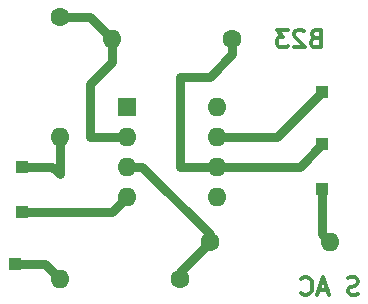
<source format=gbr>
G04 #@! TF.FileFunction,Copper,L2,Bot,Signal*
%FSLAX46Y46*%
G04 Gerber Fmt 4.6, Leading zero omitted, Abs format (unit mm)*
G04 Created by KiCad (PCBNEW 4.0.7) date 02/07/19 18:58:36*
%MOMM*%
%LPD*%
G01*
G04 APERTURE LIST*
%ADD10C,0.100000*%
%ADD11C,0.300000*%
%ADD12R,1.000000X1.000000*%
%ADD13C,1.600000*%
%ADD14O,1.600000X1.600000*%
%ADD15R,1.600000X1.600000*%
%ADD16C,0.750000*%
G04 APERTURE END LIST*
D10*
D11*
X166857857Y-99667143D02*
X166643571Y-99738571D01*
X166286428Y-99738571D01*
X166143571Y-99667143D01*
X166072142Y-99595714D01*
X166000714Y-99452857D01*
X166000714Y-99310000D01*
X166072142Y-99167143D01*
X166143571Y-99095714D01*
X166286428Y-99024286D01*
X166572142Y-98952857D01*
X166715000Y-98881429D01*
X166786428Y-98810000D01*
X166857857Y-98667143D01*
X166857857Y-98524286D01*
X166786428Y-98381429D01*
X166715000Y-98310000D01*
X166572142Y-98238571D01*
X166215000Y-98238571D01*
X166000714Y-98310000D01*
X164286429Y-99310000D02*
X163572143Y-99310000D01*
X164429286Y-99738571D02*
X163929286Y-98238571D01*
X163429286Y-99738571D01*
X162072143Y-99595714D02*
X162143572Y-99667143D01*
X162357858Y-99738571D01*
X162500715Y-99738571D01*
X162715000Y-99667143D01*
X162857858Y-99524286D01*
X162929286Y-99381429D01*
X163000715Y-99095714D01*
X163000715Y-98881429D01*
X162929286Y-98595714D01*
X162857858Y-98452857D01*
X162715000Y-98310000D01*
X162500715Y-98238571D01*
X162357858Y-98238571D01*
X162143572Y-98310000D01*
X162072143Y-98381429D01*
X163246428Y-77997857D02*
X163032142Y-78069286D01*
X162960714Y-78140714D01*
X162889285Y-78283571D01*
X162889285Y-78497857D01*
X162960714Y-78640714D01*
X163032142Y-78712143D01*
X163175000Y-78783571D01*
X163746428Y-78783571D01*
X163746428Y-77283571D01*
X163246428Y-77283571D01*
X163103571Y-77355000D01*
X163032142Y-77426429D01*
X162960714Y-77569286D01*
X162960714Y-77712143D01*
X163032142Y-77855000D01*
X163103571Y-77926429D01*
X163246428Y-77997857D01*
X163746428Y-77997857D01*
X162317857Y-77426429D02*
X162246428Y-77355000D01*
X162103571Y-77283571D01*
X161746428Y-77283571D01*
X161603571Y-77355000D01*
X161532142Y-77426429D01*
X161460714Y-77569286D01*
X161460714Y-77712143D01*
X161532142Y-77926429D01*
X162389285Y-78783571D01*
X161460714Y-78783571D01*
X160960714Y-77283571D02*
X160032143Y-77283571D01*
X160532143Y-77855000D01*
X160317857Y-77855000D01*
X160175000Y-77926429D01*
X160103571Y-77997857D01*
X160032143Y-78140714D01*
X160032143Y-78497857D01*
X160103571Y-78640714D01*
X160175000Y-78712143D01*
X160317857Y-78783571D01*
X160746429Y-78783571D01*
X160889286Y-78712143D01*
X160960714Y-78640714D01*
D12*
X163830000Y-82550000D03*
X138430000Y-92710000D03*
X137795000Y-97155000D03*
X163830000Y-86995000D03*
D13*
X154305000Y-95250000D03*
D14*
X164465000Y-95250000D03*
D13*
X141605000Y-76200000D03*
D14*
X141605000Y-86360000D03*
D13*
X151765000Y-98425000D03*
D14*
X141605000Y-98425000D03*
D13*
X156210000Y-78105000D03*
D14*
X146050000Y-78105000D03*
D15*
X147320000Y-83820000D03*
D14*
X154940000Y-91440000D03*
X147320000Y-86360000D03*
X154940000Y-88900000D03*
X147320000Y-88900000D03*
X154940000Y-86360000D03*
X147320000Y-91440000D03*
X154940000Y-83820000D03*
D12*
X163830000Y-90805000D03*
X138430000Y-88900000D03*
D16*
X154940000Y-86360000D02*
X160020000Y-86360000D01*
X160020000Y-86360000D02*
X163830000Y-82550000D01*
X138430000Y-92710000D02*
X146050000Y-92710000D01*
X146050000Y-92710000D02*
X147320000Y-91440000D01*
X137795000Y-97155000D02*
X140335000Y-97155000D01*
X140335000Y-97155000D02*
X141605000Y-98425000D01*
X156210000Y-78105000D02*
X156210000Y-79375000D01*
X151765000Y-88900000D02*
X154940000Y-88900000D01*
X151765000Y-81280000D02*
X151765000Y-88900000D01*
X154305000Y-81280000D02*
X151765000Y-81280000D01*
X156210000Y-79375000D02*
X154305000Y-81280000D01*
X154940000Y-88900000D02*
X161925000Y-88900000D01*
X161925000Y-88900000D02*
X163830000Y-86995000D01*
X151765000Y-98425000D02*
X151765000Y-97790000D01*
X151765000Y-97790000D02*
X154305000Y-95250000D01*
X147320000Y-88900000D02*
X148590000Y-88900000D01*
X148590000Y-88900000D02*
X154305000Y-94615000D01*
X154305000Y-94615000D02*
X154305000Y-95250000D01*
X163830000Y-90805000D02*
X163830000Y-94615000D01*
X163830000Y-94615000D02*
X164465000Y-95250000D01*
X146050000Y-78105000D02*
X146050000Y-80010000D01*
X144145000Y-86360000D02*
X147320000Y-86360000D01*
X144145000Y-81915000D02*
X144145000Y-86360000D01*
X146050000Y-80010000D02*
X144145000Y-81915000D01*
X141605000Y-76200000D02*
X144145000Y-76200000D01*
X144145000Y-76200000D02*
X146050000Y-78105000D01*
X141605000Y-86360000D02*
X141605000Y-89535000D01*
X140970000Y-88900000D02*
X138430000Y-88900000D01*
X141605000Y-89535000D02*
X140970000Y-88900000D01*
M02*

</source>
